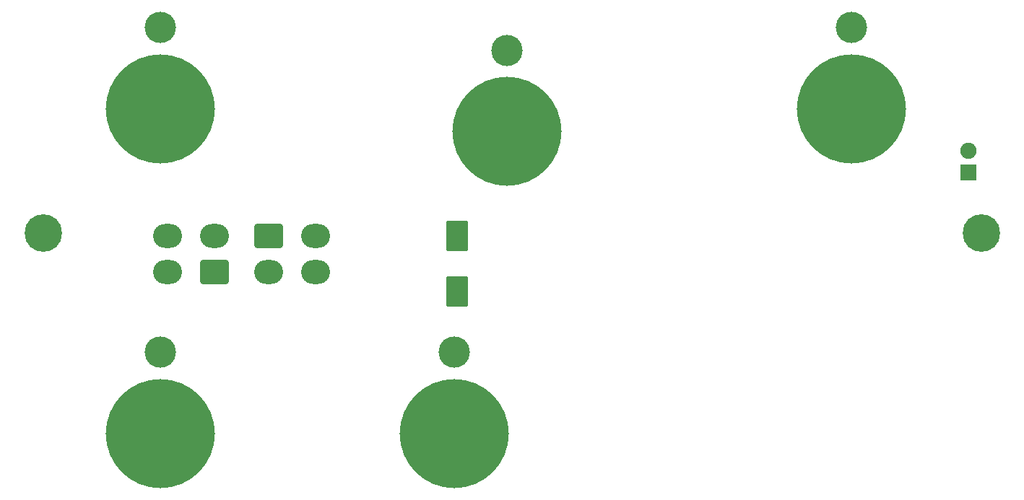
<source format=gbr>
%TF.GenerationSoftware,KiCad,Pcbnew,(6.0.9)*%
%TF.CreationDate,2022-12-26T22:24:29-09:00*%
%TF.ProjectId,PCB_ SIM CONTROL PANEL,5043422c-2053-4494-9d20-434f4e54524f,rev?*%
%TF.SameCoordinates,Original*%
%TF.FileFunction,Soldermask,Bot*%
%TF.FilePolarity,Negative*%
%FSLAX46Y46*%
G04 Gerber Fmt 4.6, Leading zero omitted, Abs format (unit mm)*
G04 Created by KiCad (PCBNEW (6.0.9)) date 2022-12-26 22:24:29*
%MOMM*%
%LPD*%
G01*
G04 APERTURE LIST*
G04 Aperture macros list*
%AMRoundRect*
0 Rectangle with rounded corners*
0 $1 Rounding radius*
0 $2 $3 $4 $5 $6 $7 $8 $9 X,Y pos of 4 corners*
0 Add a 4 corners polygon primitive as box body*
4,1,4,$2,$3,$4,$5,$6,$7,$8,$9,$2,$3,0*
0 Add four circle primitives for the rounded corners*
1,1,$1+$1,$2,$3*
1,1,$1+$1,$4,$5*
1,1,$1+$1,$6,$7*
1,1,$1+$1,$8,$9*
0 Add four rect primitives between the rounded corners*
20,1,$1+$1,$2,$3,$4,$5,0*
20,1,$1+$1,$4,$5,$6,$7,0*
20,1,$1+$1,$6,$7,$8,$9,0*
20,1,$1+$1,$8,$9,$2,$3,0*%
G04 Aperture macros list end*
%ADD10C,12.800000*%
%ADD11C,3.672000*%
%ADD12C,4.400000*%
%ADD13RoundRect,0.300000X1.000000X-1.500000X1.000000X1.500000X-1.000000X1.500000X-1.000000X-1.500000X0*%
%ADD14RoundRect,0.050000X0.900000X-0.900000X0.900000X0.900000X-0.900000X0.900000X-0.900000X-0.900000X0*%
%ADD15C,1.900000*%
%ADD16RoundRect,0.300001X1.399999X-1.099999X1.399999X1.099999X-1.399999X1.099999X-1.399999X-1.099999X0*%
%ADD17O,3.400000X2.800000*%
%ADD18RoundRect,0.300001X-1.399999X1.099999X-1.399999X-1.099999X1.399999X-1.099999X1.399999X1.099999X0*%
G04 APERTURE END LIST*
D10*
%TO.C,1*%
X109996995Y-68670097D03*
D11*
X109996995Y-59145097D03*
D10*
X109996995Y-68670097D03*
%TD*%
D11*
%TO.C,2*%
X150636995Y-61812097D03*
D10*
X150636995Y-71337097D03*
X150636995Y-71337097D03*
%TD*%
%TO.C,3*%
X191022995Y-68670097D03*
D11*
X191022995Y-59145097D03*
D10*
X191022995Y-68670097D03*
%TD*%
D11*
%TO.C,4*%
X109996995Y-97245097D03*
D10*
X109996995Y-106770097D03*
X109996995Y-106770097D03*
%TD*%
%TO.C,5*%
X144436009Y-106770097D03*
D11*
X144436009Y-97245097D03*
D10*
X144436009Y-106770097D03*
%TD*%
D12*
%TO.C,6*%
X206262994Y-83275097D03*
%TD*%
%TO.C,7*%
X96280995Y-83275097D03*
%TD*%
D13*
%TO.C,C1*%
X144780000Y-90118000D03*
X144780000Y-83618000D03*
%TD*%
D14*
%TO.C,D1*%
X204725000Y-76165000D03*
D15*
X204725000Y-73625000D03*
%TD*%
D16*
%TO.C,J1*%
X116365000Y-87792600D03*
D17*
X116365000Y-83592600D03*
X110865000Y-87792600D03*
X110865000Y-83592600D03*
%TD*%
D18*
%TO.C,J2*%
X122725000Y-83609200D03*
D17*
X122725000Y-87809200D03*
X128225000Y-83609200D03*
X128225000Y-87809200D03*
%TD*%
M02*

</source>
